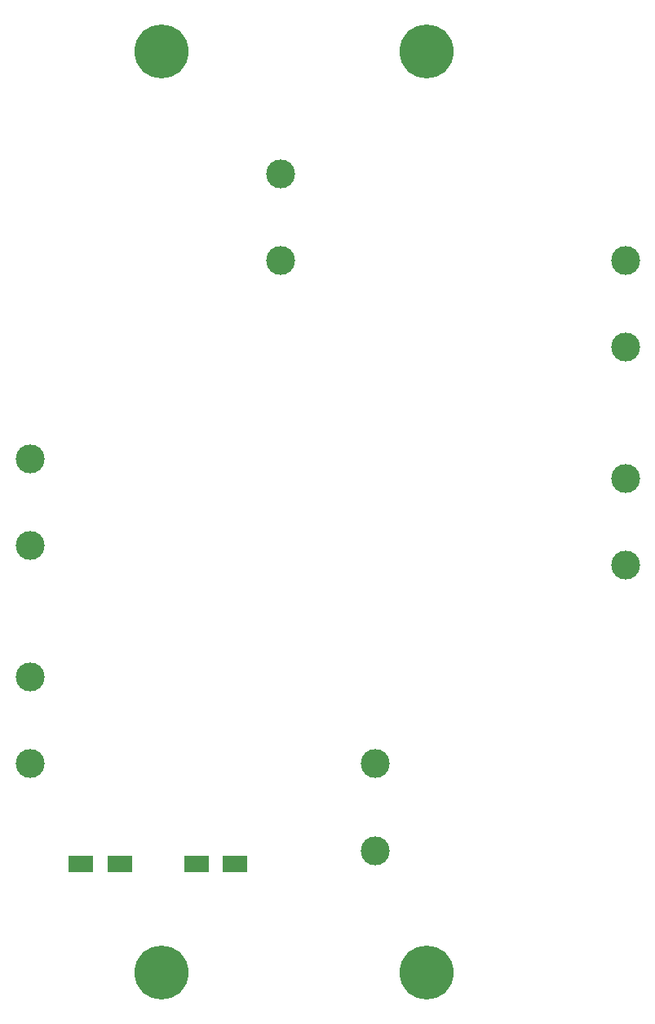
<source format=gts>
G04 #@! TF.GenerationSoftware,KiCad,Pcbnew,(6.0.5-0)*
G04 #@! TF.CreationDate,2023-03-07T01:18:02-05:00*
G04 #@! TF.ProjectId,new-solar-cell-burn-wire,6e65772d-736f-46c6-9172-2d63656c6c2d,2*
G04 #@! TF.SameCoordinates,Original*
G04 #@! TF.FileFunction,Soldermask,Top*
G04 #@! TF.FilePolarity,Negative*
%FSLAX46Y46*%
G04 Gerber Fmt 4.6, Leading zero omitted, Abs format (unit mm)*
G04 Created by KiCad (PCBNEW (6.0.5-0)) date 2023-03-07 01:18:02*
%MOMM*%
%LPD*%
G01*
G04 APERTURE LIST*
%ADD10C,3.000000*%
%ADD11C,5.600000*%
%ADD12R,2.500000X1.700000*%
G04 APERTURE END LIST*
D10*
X84700000Y-116600000D03*
X84700000Y-107600000D03*
X110700000Y-55400000D03*
X110700000Y-64400000D03*
D11*
X125850000Y-42750000D03*
D10*
X84700000Y-94000000D03*
X84700000Y-85000000D03*
D11*
X98350000Y-42750000D03*
D10*
X146500000Y-87000000D03*
X146500000Y-96000000D03*
D11*
X98350000Y-138250000D03*
X125850000Y-138250000D03*
D10*
X120500000Y-125600000D03*
X120500000Y-116600000D03*
X146500000Y-64400000D03*
X146500000Y-73400000D03*
D12*
X94000000Y-127000000D03*
X90000000Y-127000000D03*
X102000000Y-127000000D03*
X106000000Y-127000000D03*
M02*

</source>
